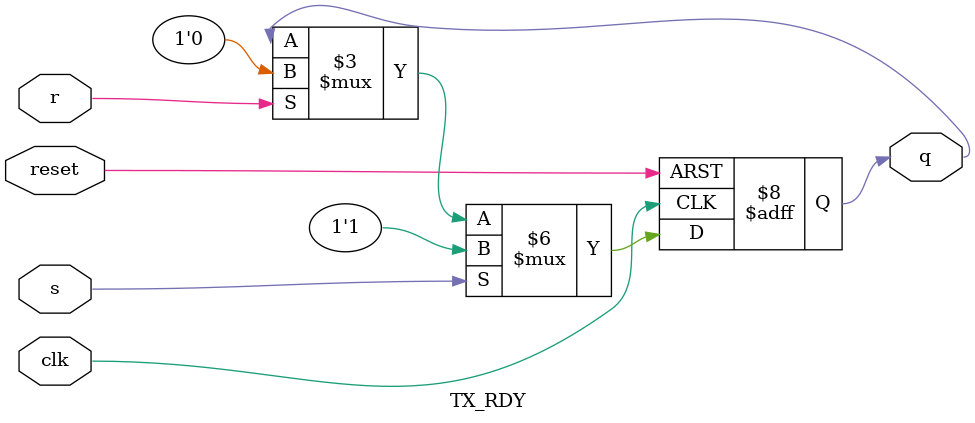
<source format=v>
`timescale 1ns / 1ps
module TX_RDY(clk, reset, s, r, q);

	input  clk, reset, s, r;
	output reg q;
	
	always @(posedge clk, posedge reset)
		if (reset) q <= 1'b1; else
		if (s)	  q <= 1'b1; else
		if (r)	  q <= 1'b0; else
					  q <= q;


endmodule

</source>
